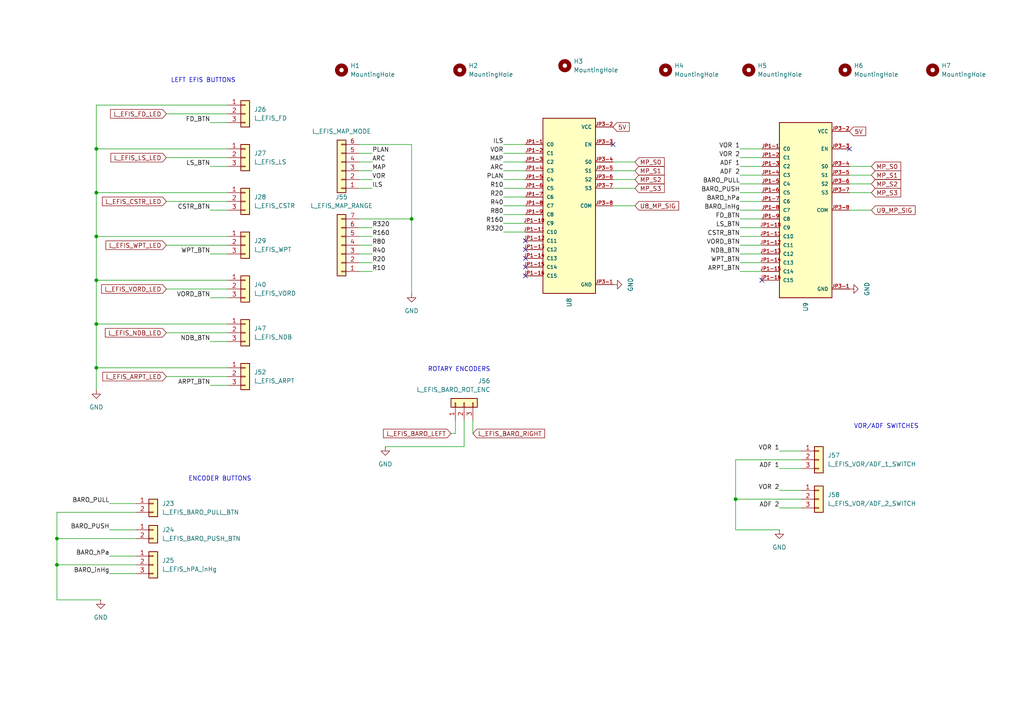
<source format=kicad_sch>
(kicad_sch (version 20231120) (generator "eeschema") (generator_version "8.0")
  (paper "A4")
  (lib_symbols
    (symbol "Connector_Generic:Conn_01x02" (pin_names (offset 1.016) hide)
      (property "Reference" "J" (at 0 2.54 0))
      (property "Value" "Conn_01x02" (at 0 -5.08 0))
      (symbol "Conn_01x02_1_1"
        (rectangle (start -1.27 -2.413) (end 0 -2.667) (stroke (width 0.1524)))
        (rectangle (start -1.27 0.127) (end 0 -0.127) (stroke (width 0.1524)))
        (rectangle (start -1.27 1.27) (end 1.27 -3.81) (stroke (width 0.254)) (fill (type background)))
        (pin passive line (at -5.08 0 0) (length 3.81) (name "Pin_1") (number "1"))
        (pin passive line (at -5.08 -2.54 0) (length 3.81) (name "Pin_2") (number "2"))
      )
    )
    (symbol "Connector_Generic:Conn_01x03" (pin_names (offset 1.016) hide)
      (property "Reference" "J" (at 0 5.08 0))
      (property "Value" "Conn_01x03" (at 0 -5.08 0))
      (symbol "Conn_01x03_1_1"
        (rectangle (start -1.27 -2.413) (end 0 -2.667) (stroke (width 0.1524)))
        (rectangle (start -1.27 0.127) (end 0 -0.127) (stroke (width 0.1524)))
        (rectangle (start -1.27 2.667) (end 0 2.413) (stroke (width 0.1524)))
        (rectangle (start -1.27 3.81) (end 1.27 -3.81) (stroke (width 0.254)) (fill (type background)))
        (pin passive line (at -5.08 2.54 0) (length 3.81) (name "Pin_1") (number "1"))
        (pin passive line (at -5.08 0 0) (length 3.81) (name "Pin_2") (number "2"))
        (pin passive line (at -5.08 -2.54 0) (length 3.81) (name "Pin_3") (number "3"))
      )
    )
    (symbol "Connector_Generic:Conn_01x06" (pin_names (offset 1.016) hide)
      (property "Reference" "J" (at 0 7.62 0))
      (property "Value" "Conn_01x06" (at 0 -10.16 0))
      (symbol "Conn_01x06_1_1"
        (rectangle (start -1.27 -7.493) (end 0 -7.747) (stroke (width 0.1524)))
        (rectangle (start -1.27 -4.953) (end 0 -5.207) (stroke (width 0.1524)))
        (rectangle (start -1.27 -2.413) (end 0 -2.667) (stroke (width 0.1524)))
        (rectangle (start -1.27 0.127) (end 0 -0.127) (stroke (width 0.1524)))
        (rectangle (start -1.27 2.667) (end 0 2.413) (stroke (width 0.1524)))
        (rectangle (start -1.27 5.207) (end 0 4.953) (stroke (width 0.1524)))
        (rectangle (start -1.27 6.35) (end 1.27 -8.89) (stroke (width 0.254)) (fill (type background)))
        (pin passive line (at -5.08 5.08 0) (length 3.81) (name "Pin_1") (number "1"))
        (pin passive line (at -5.08 2.54 0) (length 3.81) (name "Pin_2") (number "2"))
        (pin passive line (at -5.08 0 0) (length 3.81) (name "Pin_3") (number "3"))
        (pin passive line (at -5.08 -2.54 0) (length 3.81) (name "Pin_4") (number "4"))
        (pin passive line (at -5.08 -5.08 0) (length 3.81) (name "Pin_5") (number "5"))
        (pin passive line (at -5.08 -7.62 0) (length 3.81) (name "Pin_6") (number "6"))
      )
    )
    (symbol "Connector_Generic:Conn_01x07" (pin_names (offset 1.016) hide)
      (property "Reference" "J" (at 0 10.16 0))
      (property "Value" "Conn_01x07" (at 0 -10.16 0))
      (symbol "Conn_01x07_1_1"
        (rectangle (start -1.27 -7.493) (end 0 -7.747) (stroke (width 0.1524)))
        (rectangle (start -1.27 -4.953) (end 0 -5.207) (stroke (width 0.1524)))
        (rectangle (start -1.27 -2.413) (end 0 -2.667) (stroke (width 0.1524)))
        (rectangle (start -1.27 0.127) (end 0 -0.127) (stroke (width 0.1524)))
        (rectangle (start -1.27 2.667) (end 0 2.413) (stroke (width 0.1524)))
        (rectangle (start -1.27 5.207) (end 0 4.953) (stroke (width 0.1524)))
        (rectangle (start -1.27 7.747) (end 0 7.493) (stroke (width 0.1524)))
        (rectangle (start -1.27 8.89) (end 1.27 -8.89) (stroke (width 0.254)) (fill (type background)))
        (pin passive line (at -5.08 7.62 0) (length 3.81) (name "Pin_1") (number "1"))
        (pin passive line (at -5.08 5.08 0) (length 3.81) (name "Pin_2") (number "2"))
        (pin passive line (at -5.08 2.54 0) (length 3.81) (name "Pin_3") (number "3"))
        (pin passive line (at -5.08 0 0) (length 3.81) (name "Pin_4") (number "4"))
        (pin passive line (at -5.08 -2.54 0) (length 3.81) (name "Pin_5") (number "5"))
        (pin passive line (at -5.08 -5.08 0) (length 3.81) (name "Pin_6") (number "6"))
        (pin passive line (at -5.08 -7.62 0) (length 3.81) (name "Pin_7") (number "7"))
      )
    )
    (symbol "Mechanical:MountingHole" (pin_names (offset 1.016))
      (property "Reference" "H" (at 0 5.08 0))
      (property "Value" "MountingHole" (at 0 3.175 0))
      (symbol "MountingHole_0_1"
        (circle (center 0 0) (radius 1.27) (stroke (width 1.27)))
      )
    )
    (symbol "SF_Library:Multiplexer CD74HC4067 Breakout" (pin_names (offset 1.016))
      (property "Reference" "U" (at -7.62 25.908 0))
      (property "Value" "Multiplexer CD74HC4067 Breakout" (at -7.62 -27.94 0))
      (symbol "Multiplexer CD74HC4067 Breakout_0_0"
        (rectangle (start -7.62 -25.4) (end 7.62 25.4) (stroke (width 0.254)) (fill (type background)))
        (pin input line (at -12.7 17.78 0) (length 5.08) (name "C0") (number "JP1-1"))
        (pin input line (at -12.7 -5.08 0) (length 5.08) (name "C9") (number "JP1-10"))
        (pin input line (at -12.7 -7.62 0) (length 5.08) (name "C10") (number "JP1-11"))
        (pin input line (at -12.7 -10.16 0) (length 5.08) (name "C11") (number "JP1-12"))
        (pin input line (at -12.7 -12.7 0) (length 5.08) (name "C12") (number "JP1-13"))
        (pin input line (at -12.7 -15.24 0) (length 5.08) (name "C13") (number "JP1-14"))
        (pin input line (at -12.7 -17.78 0) (length 5.08) (name "C14") (number "JP1-15"))
        (pin input line (at -12.7 -20.32 0) (length 5.08) (name "C15") (number "JP1-16"))
        (pin input line (at -12.7 15.24 0) (length 5.08) (name "C1") (number "JP1-2"))
        (pin input line (at -12.7 12.7 0) (length 5.08) (name "C2") (number "JP1-3"))
        (pin input line (at -12.7 10.16 0) (length 5.08) (name "C3") (number "JP1-4"))
        (pin input line (at -12.7 7.62 0) (length 5.08) (name "C4") (number "JP1-5"))
        (pin input line (at -12.7 5.08 0) (length 5.08) (name "C5") (number "JP1-6"))
        (pin input line (at -12.7 2.54 0) (length 5.08) (name "C6") (number "JP1-7"))
        (pin input line (at -12.7 0 0) (length 5.08) (name "C7") (number "JP1-8"))
        (pin input line (at -12.7 -2.54 0) (length 5.08) (name "C8") (number "JP1-9"))
        (pin power_in line (at 12.7 -22.86 180) (length 5.08) (name "GND") (number "JP3-1"))
        (pin power_in line (at 12.7 22.86 180) (length 5.08) (name "VCC") (number "JP3-2"))
        (pin input line (at 12.7 17.78 180) (length 5.08) (name "EN") (number "JP3-3"))
        (pin input line (at 12.7 12.7 180) (length 5.08) (name "S0") (number "JP3-4"))
        (pin input line (at 12.7 10.16 180) (length 5.08) (name "S1") (number "JP3-5"))
        (pin input line (at 12.7 7.62 180) (length 5.08) (name "S2") (number "JP3-6"))
        (pin input line (at 12.7 5.08 180) (length 5.08) (name "S3") (number "JP3-7"))
        (pin bidirectional line (at 12.7 0 180) (length 5.08) (name "COM") (number "JP3-8"))
      )
    )
    (symbol "power:GND" (power) (pin_names (offset 0))
      (property "Value" "GND" (at 0 -3.81 0))
      (symbol "GND_0_1"
        (polyline (pts (xy 0 0) (xy 0 -1.27) (xy 1.27 -1.27) (xy 0 -2.54) (xy -1.27 -1.27) (xy 0 -1.27)))
      )
      (symbol "GND_1_1"
        (pin power_in line (at 0 0 270) (length 0) hide (name "GND") (number "1"))
      )
    )
  )
  (junction (at 119.38 63.5))
  (junction (at 16.51 163.83))
  (junction (at 16.51 156.21))
  (junction (at 213.36 144.78))
  (junction (at 27.94 93.98))
  (junction (at 27.94 43.18))
  (junction (at 27.94 68.58))
  (junction (at 27.94 106.68))
  (junction (at 27.94 81.28))
  (junction (at 27.94 55.88))
  (no_connect (at 246.38 43.18))
  (no_connect (at 177.8 41.91))
  (no_connect (at 220.98 81.28))
  (no_connect (at 152.4 74.93))
  (no_connect (at 152.4 80.01))
  (no_connect (at 152.4 77.47))
  (no_connect (at 152.4 72.39))
  (no_connect (at 152.4 69.85))
  (wire (pts (xy 213.36 144.78) (xy 213.36 153.67)))
  (wire (pts (xy 104.14 78.74) (xy 107.95 78.74)))
  (wire (pts (xy 104.14 41.91) (xy 119.38 41.91)))
  (wire (pts (xy 16.51 173.99) (xy 29.21 173.99)))
  (wire (pts (xy 104.14 76.2) (xy 107.95 76.2)))
  (wire (pts (xy 177.8 54.61) (xy 184.15 54.61)))
  (wire (pts (xy 137.16 121.92) (xy 137.16 125.73)))
  (wire (pts (xy 226.06 147.32) (xy 232.41 147.32)))
  (wire (pts (xy 177.8 49.53) (xy 184.15 49.53)))
  (wire (pts (xy 214.63 63.5) (xy 220.98 63.5)))
  (wire (pts (xy 104.14 71.12) (xy 107.95 71.12)))
  (wire (pts (xy 214.63 43.18) (xy 220.98 43.18)))
  (wire (pts (xy 214.63 50.8) (xy 220.98 50.8)))
  (wire (pts (xy 214.63 73.66) (xy 220.98 73.66)))
  (wire (pts (xy 146.05 41.91) (xy 152.4 41.91)))
  (wire (pts (xy 119.38 41.91) (xy 119.38 63.5)))
  (wire (pts (xy 246.38 55.88) (xy 252.73 55.88)))
  (wire (pts (xy 104.14 49.53) (xy 107.95 49.53)))
  (wire (pts (xy 104.14 54.61) (xy 107.95 54.61)))
  (wire (pts (xy 232.41 133.35) (xy 213.36 133.35)))
  (wire (pts (xy 246.38 60.96) (xy 252.73 60.96)))
  (wire (pts (xy 214.63 76.2) (xy 220.98 76.2)))
  (wire (pts (xy 66.04 93.98) (xy 27.94 93.98)))
  (wire (pts (xy 146.05 67.31) (xy 152.4 67.31)))
  (wire (pts (xy 213.36 133.35) (xy 213.36 144.78)))
  (wire (pts (xy 27.94 81.28) (xy 66.04 81.28)))
  (wire (pts (xy 214.63 53.34) (xy 220.98 53.34)))
  (wire (pts (xy 146.05 64.77) (xy 152.4 64.77)))
  (wire (pts (xy 39.37 163.83) (xy 16.51 163.83)))
  (wire (pts (xy 104.14 52.07) (xy 107.95 52.07)))
  (wire (pts (xy 39.37 148.59) (xy 16.51 148.59)))
  (wire (pts (xy 31.75 153.67) (xy 39.37 153.67)))
  (wire (pts (xy 177.8 52.07) (xy 184.15 52.07)))
  (wire (pts (xy 146.05 54.61) (xy 152.4 54.61)))
  (wire (pts (xy 213.36 144.78) (xy 232.41 144.78)))
  (wire (pts (xy 214.63 45.72) (xy 220.98 45.72)))
  (wire (pts (xy 27.94 81.28) (xy 27.94 93.98)))
  (wire (pts (xy 27.94 68.58) (xy 27.94 81.28)))
  (wire (pts (xy 246.38 53.34) (xy 252.73 53.34)))
  (wire (pts (xy 146.05 62.23) (xy 152.4 62.23)))
  (wire (pts (xy 48.26 58.42) (xy 66.04 58.42)))
  (wire (pts (xy 60.96 60.96) (xy 66.04 60.96)))
  (wire (pts (xy 48.26 109.22) (xy 66.04 109.22)))
  (wire (pts (xy 214.63 58.42) (xy 220.98 58.42)))
  (wire (pts (xy 27.94 43.18) (xy 66.04 43.18)))
  (wire (pts (xy 27.94 43.18) (xy 27.94 55.88)))
  (wire (pts (xy 16.51 163.83) (xy 16.51 173.99)))
  (wire (pts (xy 27.94 93.98) (xy 27.94 106.68)))
  (wire (pts (xy 226.06 135.89) (xy 232.41 135.89)))
  (wire (pts (xy 104.14 44.45) (xy 107.95 44.45)))
  (wire (pts (xy 146.05 57.15) (xy 152.4 57.15)))
  (wire (pts (xy 48.26 96.52) (xy 66.04 96.52)))
  (wire (pts (xy 119.38 63.5) (xy 119.38 85.09)))
  (wire (pts (xy 214.63 68.58) (xy 220.98 68.58)))
  (wire (pts (xy 66.04 30.48) (xy 27.94 30.48)))
  (wire (pts (xy 60.96 73.66) (xy 66.04 73.66)))
  (wire (pts (xy 48.26 83.82) (xy 66.04 83.82)))
  (wire (pts (xy 104.14 68.58) (xy 107.95 68.58)))
  (wire (pts (xy 27.94 106.68) (xy 66.04 106.68)))
  (wire (pts (xy 146.05 44.45) (xy 152.4 44.45)))
  (wire (pts (xy 214.63 78.74) (xy 220.98 78.74)))
  (wire (pts (xy 246.38 50.8) (xy 252.73 50.8)))
  (wire (pts (xy 214.63 71.12) (xy 220.98 71.12)))
  (wire (pts (xy 130.81 125.73) (xy 132.08 125.73)))
  (wire (pts (xy 48.26 33.02) (xy 66.04 33.02)))
  (wire (pts (xy 226.06 142.24) (xy 232.41 142.24)))
  (wire (pts (xy 60.96 86.36) (xy 66.04 86.36)))
  (wire (pts (xy 146.05 59.69) (xy 152.4 59.69)))
  (wire (pts (xy 60.96 111.76) (xy 66.04 111.76)))
  (wire (pts (xy 214.63 66.04) (xy 220.98 66.04)))
  (wire (pts (xy 104.14 73.66) (xy 107.95 73.66)))
  (wire (pts (xy 66.04 68.58) (xy 27.94 68.58)))
  (wire (pts (xy 104.14 66.04) (xy 107.95 66.04)))
  (wire (pts (xy 16.51 156.21) (xy 39.37 156.21)))
  (wire (pts (xy 27.94 106.68) (xy 27.94 113.03)))
  (wire (pts (xy 60.96 35.56) (xy 66.04 35.56)))
  (wire (pts (xy 214.63 55.88) (xy 220.98 55.88)))
  (wire (pts (xy 31.75 146.05) (xy 39.37 146.05)))
  (wire (pts (xy 146.05 46.99) (xy 152.4 46.99)))
  (wire (pts (xy 226.06 130.81) (xy 232.41 130.81)))
  (wire (pts (xy 27.94 30.48) (xy 27.94 43.18)))
  (wire (pts (xy 246.38 48.26) (xy 252.73 48.26)))
  (wire (pts (xy 31.75 166.37) (xy 39.37 166.37)))
  (wire (pts (xy 27.94 55.88) (xy 27.94 68.58)))
  (wire (pts (xy 60.96 99.06) (xy 66.04 99.06)))
  (wire (pts (xy 177.8 59.69) (xy 184.15 59.69)))
  (wire (pts (xy 146.05 49.53) (xy 152.4 49.53)))
  (wire (pts (xy 48.26 45.72) (xy 66.04 45.72)))
  (wire (pts (xy 177.8 46.99) (xy 184.15 46.99)))
  (wire (pts (xy 60.96 48.26) (xy 66.04 48.26)))
  (wire (pts (xy 146.05 52.07) (xy 152.4 52.07)))
  (wire (pts (xy 104.14 46.99) (xy 107.95 46.99)))
  (wire (pts (xy 134.62 129.54) (xy 134.62 121.92)))
  (wire (pts (xy 27.94 55.88) (xy 66.04 55.88)))
  (wire (pts (xy 16.51 156.21) (xy 16.51 163.83)))
  (wire (pts (xy 214.63 60.96) (xy 220.98 60.96)))
  (wire (pts (xy 132.08 125.73) (xy 132.08 121.92)))
  (wire (pts (xy 48.26 71.12) (xy 66.04 71.12)))
  (wire (pts (xy 213.36 153.67) (xy 226.06 153.67)))
  (wire (pts (xy 104.14 63.5) (xy 119.38 63.5)))
  (wire (pts (xy 214.63 48.26) (xy 220.98 48.26)))
  (wire (pts (xy 111.76 129.54) (xy 134.62 129.54)))
  (wire (pts (xy 16.51 148.59) (xy 16.51 156.21)))
  (wire (pts (xy 31.75 161.29) (xy 39.37 161.29)))
  (text "LEFT EFIS BUTTONS" (at 49.53 24.13 0) (effects (font (size 1.27 1.27)) (justify left bottom)))
  (text "ROTARY ENCODERS" (at 142.24 107.95 0) (effects (font (size 1.27 1.27)) (justify right bottom)))
  (text "ENCODER BUTTONS" (at 54.61 139.7 0) (effects (font (size 1.27 1.27)) (justify left bottom)))
  (text "VOR/ADF SWITCHES" (at 247.65 124.46 0) (effects (font (size 1.27 1.27)) (justify left bottom)))
  (label "VOR 1" (at 214.63 43.18 180))
  (label "R160" (at 146.05 64.77 180))
  (label "VOR 2" (at 226.06 142.24 180))
  (label "CSTR_BTN" (at 60.96 60.96 180))
  (label "BARO_hPa" (at 214.63 58.42 180))
  (label "R10" (at 107.95 78.74 0))
  (label "VORD_BTN" (at 214.63 71.12 180))
  (label "FD_BTN" (at 60.96 35.56 180))
  (label "ARC" (at 146.05 49.53 180))
  (label "R80" (at 146.05 62.23 180))
  (label "VOR" (at 146.05 44.45 180))
  (label "ILS" (at 107.95 54.61 0))
  (label "ADF 2" (at 214.63 50.8 180))
  (label "BARO_PULL" (at 214.63 53.34 180))
  (label "FD_BTN" (at 214.63 63.5 180))
  (label "CSTR_BTN" (at 214.63 68.58 180))
  (label "R160" (at 107.95 68.58 0))
  (label "PLAN" (at 107.95 44.45 0))
  (label "BARO_inHg" (at 214.63 60.96 180))
  (label "ADF 1" (at 214.63 48.26 180))
  (label "R320" (at 146.05 67.31 180))
  (label "ADF 1" (at 226.06 135.89 180))
  (label "ILS" (at 146.05 41.91 180))
  (label "MAP" (at 107.95 49.53 0))
  (label "BARO_PULL" (at 31.75 146.05 180))
  (label "VORD_BTN" (at 60.96 86.36 180))
  (label "VOR" (at 107.95 52.07 0))
  (label "ADF 2" (at 226.06 147.32 180))
  (label "VOR 1" (at 226.06 130.81 180))
  (label "ARPT_BTN" (at 214.63 78.74 180))
  (label "LS_BTN" (at 60.96 48.26 180))
  (label "NDB_BTN" (at 214.63 73.66 180))
  (label "BARO_PUSH" (at 214.63 55.88 180))
  (label "BARO_hPa" (at 31.75 161.29 180))
  (label "BARO_PUSH" (at 31.75 153.67 180))
  (label "BARO_inHg" (at 31.75 166.37 180))
  (label "R320" (at 107.95 66.04 0))
  (label "R20" (at 146.05 57.15 180))
  (label "ARPT_BTN" (at 60.96 111.76 180))
  (label "R40" (at 146.05 59.69 180))
  (label "LS_BTN" (at 214.63 66.04 180))
  (label "PLAN" (at 146.05 52.07 180))
  (label "R20" (at 107.95 76.2 0))
  (label "WPT_BTN" (at 214.63 76.2 180))
  (label "R40" (at 107.95 73.66 0))
  (label "WPT_BTN" (at 60.96 73.66 180))
  (label "VOR 2" (at 214.63 45.72 180))
  (label "NDB_BTN" (at 60.96 99.06 180))
  (label "ARC" (at 107.95 46.99 0))
  (label "MAP" (at 146.05 46.99 180))
  (label "R80" (at 107.95 71.12 0))
  (label "R10" (at 146.05 54.61 180))
  (global_label "MP_S2" (shape input) (at 184.15 52.07 0) (property "Intersheetrefs" "${INTERSHEET_REFS}" (effects (hide yes))))
  (global_label "5V" (shape input) (at 246.38 38.1 0) (property "Intersheetrefs" "${INTERSHEET_REFS}" (effects (hide yes))))
  (global_label "L_EFIS_NDB_LED" (shape input) (at 48.26 96.52 180) (property "Intersheetrefs" "${INTERSHEET_REFS}" (effects (hide yes))))
  (global_label "L_EFIS_BARO_LEFT" (shape input) (at 130.81 125.73 180) (property "Intersheetrefs" "${INTERSHEET_REFS}" (effects (hide yes))))
  (global_label "L_EFIS_LS_LED" (shape input) (at 48.26 45.72 180) (property "Intersheetrefs" "${INTERSHEET_REFS}" (effects (hide yes))))
  (global_label "L_EFIS_VORD_LED" (shape input) (at 48.26 83.82 180) (property "Intersheetrefs" "${INTERSHEET_REFS}" (effects (hide yes))))
  (global_label "L_EFIS_ARPT_LED" (shape input) (at 48.26 109.22 180) (property "Intersheetrefs" "${INTERSHEET_REFS}" (effects (hide yes))))
  (global_label "L_EFIS_FD_LED" (shape input) (at 48.26 33.02 180) (property "Intersheetrefs" "${INTERSHEET_REFS}" (effects (hide yes))))
  (global_label "U9_MP_SIG" (shape input) (at 252.73 60.96 0) (property "Intersheetrefs" "${INTERSHEET_REFS}" (effects (hide yes))))
  (global_label "MP_S0" (shape input) (at 252.73 48.26 0) (property "Intersheetrefs" "${INTERSHEET_REFS}" (effects (hide yes))))
  (global_label "MP_S3" (shape input) (at 252.73 55.88 0) (property "Intersheetrefs" "${INTERSHEET_REFS}" (effects (hide yes))))
  (global_label "MP_S2" (shape input) (at 252.73 53.34 0) (property "Intersheetrefs" "${INTERSHEET_REFS}" (effects (hide yes))))
  (global_label "L_EFIS_BARO_RIGHT" (shape input) (at 137.16 125.73 0) (property "Intersheetrefs" "${INTERSHEET_REFS}" (effects (hide yes))))
  (global_label "5V" (shape input) (at 177.8 36.83 0) (property "Intersheetrefs" "${INTERSHEET_REFS}" (effects (hide yes))))
  (global_label "MP_S3" (shape input) (at 184.15 54.61 0) (property "Intersheetrefs" "${INTERSHEET_REFS}" (effects (hide yes))))
  (global_label "L_EFIS_CSTR_LED" (shape input) (at 48.26 58.42 180) (property "Intersheetrefs" "${INTERSHEET_REFS}" (effects (hide yes))))
  (global_label "MP_S0" (shape input) (at 184.15 46.99 0) (property "Intersheetrefs" "${INTERSHEET_REFS}" (effects (hide yes))))
  (global_label "U8_MP_SIG" (shape input) (at 184.15 59.69 0) (property "Intersheetrefs" "${INTERSHEET_REFS}" (effects (hide yes))))
  (global_label "L_EFIS_WPT_LED" (shape input) (at 48.26 71.12 180) (property "Intersheetrefs" "${INTERSHEET_REFS}" (effects (hide yes))))
  (global_label "MP_S1" (shape input) (at 252.73 50.8 0) (property "Intersheetrefs" "${INTERSHEET_REFS}" (effects (hide yes))))
  (global_label "MP_S1" (shape input) (at 184.15 49.53 0) (property "Intersheetrefs" "${INTERSHEET_REFS}" (effects (hide yes))))
  (symbol (lib_id "Mechanical:MountingHole") (at 99.06 20.32 0) (unit 1)
    (property "Reference" "H1" (at 101.6 19.05 0) (effects (justify left)))
    (property "Value" "MountingHole" (at 101.6 21.59 0) (effects (justify left)))
    (property "Footprint" "MountingHole:MountingHole_2.2mm_M2_DIN965_Pad_TopBottom" (effects (hide yes)))
  )
  (symbol (lib_id "Mechanical:MountingHole") (at 193.04 20.32 0) (unit 1)
    (property "Reference" "H4" (at 195.58 19.05 0) (effects (justify left)))
    (property "Value" "MountingHole" (at 195.58 21.59 0) (effects (justify left)))
    (property "Footprint" "MountingHole:MountingHole_2.2mm_M2_DIN965_Pad_TopBottom" (effects (hide yes)))
  )
  (symbol (lib_id "power:GND") (at 27.94 113.03 0) (unit 1)
    (property "Reference" "#PWR017" (effects (hide yes)))
    (property "Value" "GND" (at 27.94 118.11 0))
  )
  (symbol (lib_id "Connector_Generic:Conn_01x03") (at 71.12 33.02 0) (unit 1)
    (property "Reference" "J26" (at 73.66 31.75 0) (effects (justify left)))
    (property "Value" "L_EFIS_FD" (at 73.66 34.29 0) (effects (justify left)))
    (property "Footprint" "Connector_JST:JST_EH_B3B-EH-A_1x03_P2.50mm_Vertical" (effects (hide yes)))
  )
  (symbol (lib_id "Connector_Generic:Conn_01x03") (at 71.12 58.42 0) (unit 1)
    (property "Reference" "J28" (at 73.66 57.15 0) (effects (justify left)))
    (property "Value" "L_EFIS_CSTR" (at 73.66 59.69 0) (effects (justify left)))
    (property "Footprint" "Connector_JST:JST_EH_B3B-EH-A_1x03_P2.50mm_Vertical" (effects (hide yes)))
  )
  (symbol (lib_id "Mechanical:MountingHole") (at 245.11 20.32 0) (unit 1)
    (property "Reference" "H6" (at 247.65 19.05 0) (effects (justify left)))
    (property "Value" "MountingHole" (at 247.65 21.59 0) (effects (justify left)))
    (property "Footprint" "MountingHole:MountingHole_2.2mm_M2_DIN965_Pad_TopBottom" (effects (hide yes)))
  )
  (symbol (lib_id "SF_Library:Multiplexer CD74HC4067 Breakout") (at 233.68 60.96 0) (unit 1)
    (property "Reference" "U9" (at 233.68 87.63 90) (effects (justify right)))
    (property "Value" "Multiplexer CD74HC4067 Breakout" (effects (hide yes)))
    (property "Footprint" "AdaFruit:MODULE_BOB-09056" (effects (hide yes)))
    (property "Description" "\n74HC4067 Analog and Digital Switch Interface Evaluation Board\n" (effects (hide yes)))
    (property "MF" "SparkFun Electronics" (effects (hide yes)))
    (property "MAXIMUM_PACKAGE_HEIGHT" "N/A" (effects (hide yes)))
    (property "Package" "None" (effects (hide yes)))
    (property "Price" "None" (effects (hide yes)))
    (property "Check_prices" "https://www.snapeda.com/parts/BOB-09056/SparkFun+Electronics/view-part/?ref=eda" (effects (hide yes)))
    (property "STANDARD" "Manufacturer Recommendations" (effects (hide yes)))
    (property "PARTREV" "v11" (effects (hide yes)))
    (property "SnapEDA_Link" "https://www.snapeda.com/parts/BOB-09056/SparkFun+Electronics/view-part/?ref=snap" (effects (hide yes)))
    (property "MP" "BOB-09056" (effects (hide yes)))
    (property "Purchase-URL" "https://www.snapeda.com/api/url_track_click_mouser/?unipart_id=482777&manufacturer=SparkFun Electronics&part_name=BOB-09056&search_term=None" (effects (hide yes)))
    (property "Availability" "In Stock" (effects (hide yes)))
    (property "MANUFACTURER" "SparkFun Electronics" (effects (hide yes)))
  )
  (symbol (lib_id "power:GND") (at 226.06 153.67 0) (unit 1)
    (property "Reference" "#PWR032" (effects (hide yes)))
    (property "Value" "GND" (at 226.06 158.75 0))
  )
  (symbol (lib_id "power:GND") (at 119.38 85.09 0) (unit 1)
    (property "Reference" "#PWR030" (effects (hide yes)))
    (property "Value" "GND" (at 119.38 90.17 0))
  )
  (symbol (lib_id "power:GND") (at 177.8 82.55 90) (unit 1)
    (property "Reference" "#PWR031" (effects (hide yes)))
    (property "Value" "GND" (at 182.88 82.55 0))
  )
  (symbol (lib_id "power:GND") (at 246.38 83.82 90) (unit 1)
    (property "Reference" "#PWR033" (effects (hide yes)))
    (property "Value" "GND" (at 251.46 83.82 0))
  )
  (symbol (lib_id "Connector_Generic:Conn_01x06") (at 99.06 49.53 180) (unit 1)
    (property "Reference" "J54" (effects (hide yes)))
    (property "Value" "L_EFIS_MAP_MODE" (at 99.06 38.1 0))
    (property "Footprint" "Connector_JST:JST_EH_B6B-EH-A_1x06_P2.50mm_Vertical" (effects (hide yes)))
  )
  (symbol (lib_id "Connector_Generic:Conn_01x03") (at 71.12 83.82 0) (unit 1)
    (property "Reference" "J40" (at 73.66 82.55 0) (effects (justify left)))
    (property "Value" "L_EFIS_VORD" (at 73.66 85.09 0) (effects (justify left)))
    (property "Footprint" "Connector_JST:JST_EH_B3B-EH-A_1x03_P2.50mm_Vertical" (effects (hide yes)))
  )
  (symbol (lib_id "Connector_Generic:Conn_01x03") (at 71.12 71.12 0) (unit 1)
    (property "Reference" "J29" (at 73.66 69.85 0) (effects (justify left)))
    (property "Value" "L_EFIS_WPT" (at 73.66 72.39 0) (effects (justify left)))
    (property "Footprint" "Connector_JST:JST_EH_B3B-EH-A_1x03_P2.50mm_Vertical" (effects (hide yes)))
  )
  (symbol (lib_id "Connector_Generic:Conn_01x03") (at 71.12 109.22 0) (unit 1)
    (property "Reference" "J52" (at 73.66 107.95 0) (effects (justify left)))
    (property "Value" "L_EFIS_ARPT" (at 73.66 110.49 0) (effects (justify left)))
    (property "Footprint" "Connector_JST:JST_EH_B3B-EH-A_1x03_P2.50mm_Vertical" (effects (hide yes)))
  )
  (symbol (lib_id "Connector_Generic:Conn_01x03") (at 71.12 45.72 0) (unit 1)
    (property "Reference" "J27" (at 73.66 44.45 0) (effects (justify left)))
    (property "Value" "L_EFIS_LS" (at 73.66 46.99 0) (effects (justify left)))
    (property "Footprint" "Connector_JST:JST_EH_B3B-EH-A_1x03_P2.50mm_Vertical" (effects (hide yes)))
  )
  (symbol (lib_id "Connector_Generic:Conn_01x02") (at 44.45 153.67 0) (unit 1)
    (property "Reference" "J24" (at 46.99 153.67 0) (effects (justify left)))
    (property "Value" "L_EFIS_BARO_PUSH_BTN" (at 46.99 156.21 0) (effects (justify left)))
    (property "Footprint" "Connector_JST:JST_EH_B2B-EH-A_1x02_P2.50mm_Vertical" (effects (hide yes)))
  )
  (symbol (lib_id "power:GND") (at 29.21 173.99 0) (unit 1)
    (property "Reference" "#PWR019" (effects (hide yes)))
    (property "Value" "GND" (at 29.21 179.07 0))
  )
  (symbol (lib_id "Connector_Generic:Conn_01x03") (at 134.62 116.84 90) (unit 1)
    (property "Reference" "J56" (at 142.24 110.49 90) (effects (justify left)))
    (property "Value" "L_EFIS_BARO_ROT_ENC" (at 142.24 113.03 90) (effects (justify left)))
    (property "Footprint" "Connector_JST:JST_EH_B3B-EH-A_1x03_P2.50mm_Vertical" (effects (hide yes)))
  )
  (symbol (lib_id "Mechanical:MountingHole") (at 217.17 20.32 0) (unit 1)
    (property "Reference" "H5" (at 219.71 19.05 0) (effects (justify left)))
    (property "Value" "MountingHole" (at 219.71 21.59 0) (effects (justify left)))
    (property "Footprint" "MountingHole:MountingHole_2.2mm_M2_DIN965_Pad_TopBottom" (effects (hide yes)))
  )
  (symbol (lib_id "Mechanical:MountingHole") (at 133.35 20.32 0) (unit 1)
    (property "Reference" "H2" (at 135.89 19.05 0) (effects (justify left)))
    (property "Value" "MountingHole" (at 135.89 21.59 0) (effects (justify left)))
    (property "Footprint" "MountingHole:MountingHole_2.2mm_M2_DIN965_Pad_TopBottom" (effects (hide yes)))
  )
  (symbol (lib_id "power:GND") (at 111.76 129.54 0) (unit 1)
    (property "Reference" "#PWR023" (effects (hide yes)))
    (property "Value" "GND" (at 111.76 134.62 0))
  )
  (symbol (lib_id "Mechanical:MountingHole") (at 270.51 20.32 0) (unit 1)
    (property "Reference" "H7" (at 273.05 19.05 0) (effects (justify left)))
    (property "Value" "MountingHole" (at 273.05 21.59 0) (effects (justify left)))
    (property "Footprint" "MountingHole:MountingHole_2.2mm_M2_DIN965_Pad_TopBottom" (effects (hide yes)))
  )
  (symbol (lib_id "Connector_Generic:Conn_01x03") (at 237.49 133.35 0) (unit 1)
    (property "Reference" "J57" (at 240.03 132.08 0) (effects (justify left)))
    (property "Value" "L_EFIS_VOR/ADF_1_SWITCH" (at 240.03 134.62 0) (effects (justify left)))
    (property "Footprint" "Connector_JST:JST_EH_B3B-EH-A_1x03_P2.50mm_Vertical" (effects (hide yes)))
  )
  (symbol (lib_id "Connector_Generic:Conn_01x07") (at 99.06 71.12 180) (unit 1)
    (property "Reference" "J55" (at 99.06 57.15 0))
    (property "Value" "L_EFIS_MAP_RANGE" (at 99.06 59.69 0))
    (property "Footprint" "Connector_JST:JST_EH_B7B-EH-A_1x07_P2.50mm_Vertical" (effects (hide yes)))
  )
  (symbol (lib_id "Connector_Generic:Conn_01x03") (at 237.49 144.78 0) (unit 1)
    (property "Reference" "J58" (at 240.03 143.51 0) (effects (justify left)))
    (property "Value" "L_EFIS_VOR/ADF_2_SWITCH" (at 240.03 146.05 0) (effects (justify left)))
    (property "Footprint" "Connector_JST:JST_EH_B3B-EH-A_1x03_P2.50mm_Vertical" (effects (hide yes)))
  )
  (symbol (lib_id "Mechanical:MountingHole") (at 163.83 19.05 0) (unit 1)
    (property "Reference" "H3" (at 166.37 17.78 0) (effects (justify left)))
    (property "Value" "MountingHole" (at 166.37 20.32 0) (effects (justify left)))
    (property "Footprint" "MountingHole:MountingHole_2.2mm_M2_DIN965_Pad_TopBottom" (effects (hide yes)))
  )
  (symbol (lib_id "Connector_Generic:Conn_01x02") (at 44.45 146.05 0) (unit 1)
    (property "Reference" "J23" (at 46.99 146.05 0) (effects (justify left)))
    (property "Value" "L_EFIS_BARO_PULL_BTN" (at 46.99 148.59 0) (effects (justify left)))
    (property "Footprint" "Connector_JST:JST_EH_B2B-EH-A_1x02_P2.50mm_Vertical" (effects (hide yes)))
  )
  (symbol (lib_id "Connector_Generic:Conn_01x03") (at 44.45 163.83 0) (unit 1)
    (property "Reference" "J25" (at 46.99 162.56 0) (effects (justify left)))
    (property "Value" "L_EFIS_hPA_inHg" (at 46.99 165.1 0) (effects (justify left)))
    (property "Footprint" "Connector_JST:JST_EH_B3B-EH-A_1x03_P2.50mm_Vertical" (effects (hide yes)))
  )
  (symbol (lib_id "Connector_Generic:Conn_01x03") (at 71.12 96.52 0) (unit 1)
    (property "Reference" "J47" (at 73.66 95.25 0) (effects (justify left)))
    (property "Value" "L_EFIS_NDB" (at 73.66 97.79 0) (effects (justify left)))
    (property "Footprint" "Connector_JST:JST_EH_B3B-EH-A_1x03_P2.50mm_Vertical" (effects (hide yes)))
  )
  (symbol (lib_id "SF_Library:Multiplexer CD74HC4067 Breakout") (at 165.1 59.69 0) (unit 1)
    (property "Reference" "U8" (at 165.1 86.36 90) (effects (justify right)))
    (property "Value" "Multiplexer CD74HC4067 Breakout" (effects (hide yes)))
    (property "Footprint" "AdaFruit:MODULE_BOB-09056" (effects (hide yes)))
    (property "Description" "\n74HC4067 Analog and Digital Switch Interface Evaluation Board\n" (effects (hide yes)))
    (property "MF" "SparkFun Electronics" (effects (hide yes)))
    (property "MAXIMUM_PACKAGE_HEIGHT" "N/A" (effects (hide yes)))
    (property "Package" "None" (effects (hide yes)))
    (property "Price" "None" (effects (hide yes)))
    (property "Check_prices" "https://www.snapeda.com/parts/BOB-09056/SparkFun+Electronics/view-part/?ref=eda" (effects (hide yes)))
    (property "STANDARD" "Manufacturer Recommendations" (effects (hide yes)))
    (property "PARTREV" "v11" (effects (hide yes)))
    (property "SnapEDA_Link" "https://www.snapeda.com/parts/BOB-09056/SparkFun+Electronics/view-part/?ref=snap" (effects (hide yes)))
    (property "MP" "BOB-09056" (effects (hide yes)))
    (property "Purchase-URL" "https://www.snapeda.com/api/url_track_click_mouser/?unipart_id=482777&manufacturer=SparkFun Electronics&part_name=BOB-09056&search_term=None" (effects (hide yes)))
    (property "Availability" "In Stock" (effects (hide yes)))
    (property "MANUFACTURER" "SparkFun Electronics" (effects (hide yes)))
  )
)
</source>
